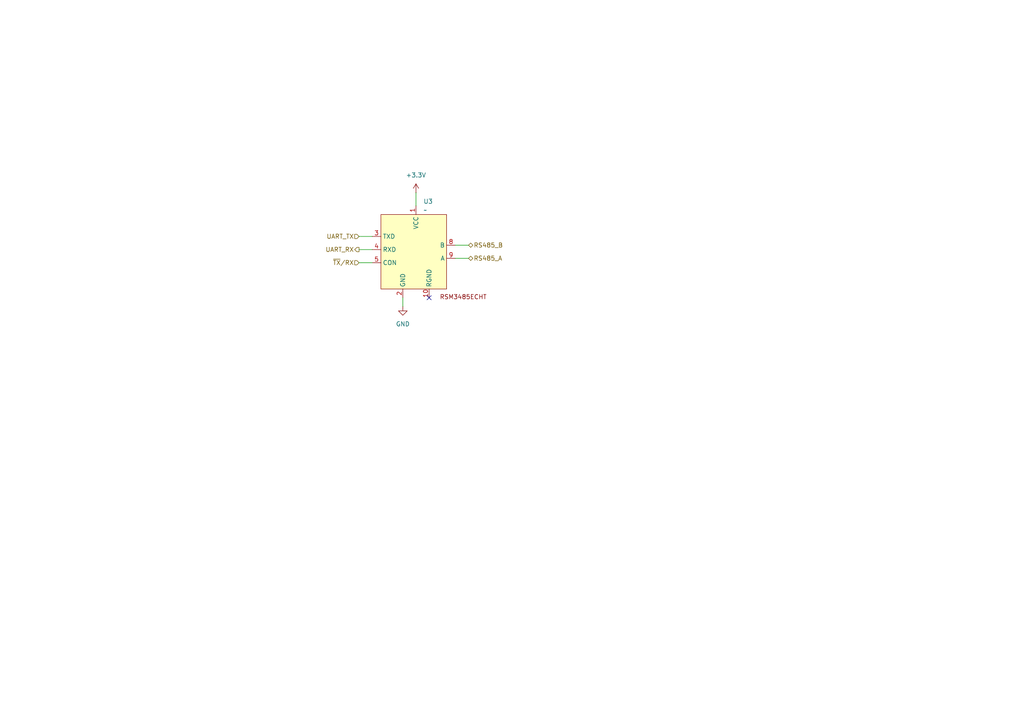
<source format=kicad_sch>
(kicad_sch (version 20250114) (generator "eeschema") (generator_version "9.0")
  (paper "A4")
  (lib_symbols
    (symbol "Riqi_Parts:YLPTEC_RSM3485ECHT"
      (property "Reference" "U" (at 1.778 1.016 0))
      (symbol "YLPTEC_RSM3485ECHT_1_1"
        (rectangle (start -15.24 -1.27) (end 3.81 -22.86) (fill (type background)))
        (text "RSM3485ECHT" (at 8.636 -25.146 0) (effects (font (size 1.27 1.27))))
        (pin bidirectional line (at -17.78 -7.62 0) (length 2.54) (name "TXD") (number "3"))
        (pin bidirectional line (at -17.78 -11.43 0) (length 2.54) (name "RXD") (number "4"))
        (pin bidirectional line (at -17.78 -15.24 0) (length 2.54) (name "CON") (number "5"))
        (pin power_in line (at -8.89 -25.4 90) (length 2.54) (name "GND") (number "2"))
        (pin power_in line (at -5.08 1.27 270) (length 2.54) (name "VCC") (number "1"))
        (pin power_in line (at -1.27 -25.4 90) (length 2.54) (name "RGND") (number "10"))
        (pin bidirectional line (at 6.35 -10.16 180) (length 2.54) (name "B") (number "8"))
        (pin bidirectional line (at 6.35 -13.97 180) (length 2.54) (name "A") (number "9"))
      )
    )
    (symbol "power:+3.3V" (power) (pin_numbers (hide yes)) (pin_names (offset 0) (hide yes))
      (property "Value" "+3.3V" (at 0 3.556 0))
      (symbol "+3.3V_0_1"
        (polyline (pts (xy -0.762 1.27) (xy 0 2.54)))
        (polyline (pts (xy 0 2.54) (xy 0.762 1.27)))
        (polyline (pts (xy 0 0) (xy 0 2.54)))
      )
      (symbol "+3.3V_1_1"
        (pin power_in line (at 0 0 90) (length 0) (name "~") (number "1"))
      )
    )
    (symbol "power:GND" (power) (pin_numbers (hide yes)) (pin_names (offset 0) (hide yes))
      (property "Value" "GND" (at 0 -3.81 0))
      (symbol "GND_0_1"
        (polyline (pts (xy 0 0) (xy 0 -1.27) (xy 1.27 -1.27) (xy 0 -2.54) (xy -1.27 -1.27) (xy 0 -1.27)))
      )
      (symbol "GND_1_1"
        (pin power_in line (at 0 0 270) (length 0) (name "~") (number "1"))
      )
    )
  )
  (no_connect (at 124.46 86.36))
  (wire (pts (xy 116.84 86.36) (xy 116.84 88.9)))
  (wire (pts (xy 120.65 55.88) (xy 120.65 59.69)))
  (wire (pts (xy 104.14 76.2) (xy 107.95 76.2)))
  (wire (pts (xy 132.08 71.12) (xy 135.89 71.12)))
  (wire (pts (xy 104.14 68.58) (xy 107.95 68.58)))
  (wire (pts (xy 132.08 74.93) (xy 135.89 74.93)))
  (wire (pts (xy 104.14 72.39) (xy 107.95 72.39)))
  (hierarchical_label "UART_RX" (shape output) (at 104.14 72.39 180))
  (hierarchical_label "RS485_A" (shape bidirectional) (at 135.89 74.93 0))
  (hierarchical_label "~{TX}{slash}RX" (shape input) (at 104.14 76.2 180))
  (hierarchical_label "UART_TX" (shape input) (at 104.14 68.58 180))
  (hierarchical_label "RS485_B" (shape bidirectional) (at 135.89 71.12 0))
  (symbol (lib_id "power:GND") (at 116.84 88.9 0) (unit 1)
    (property "Reference" "#PWR16" (effects (hide yes)))
    (property "Value" "GND" (at 116.84 93.98 0))
    (property "Description" "Power symbol creates a global label with name \"GND\" , ground" (effects (hide yes)))
  )
  (symbol (lib_id "Riqi_Parts:YLPTEC_RSM3485ECHT") (at 125.73 60.96 0) (unit 1)
    (property "Reference" "U3" (at 122.7933 58.42 0) (effects (justify left)))
    (property "Value" "~" (at 122.7933 60.96 0) (effects (justify left)))
    (property "Footprint" "Riqi_Parts:YLPTEC RSM3485ECHT" (effects (hide yes)))
    (property "Datasheet" "https://lcsc.com/datasheet/lcsc_datasheet_2411051508_YLPTEC-RSM3485ECHT_C2992406.pdf" (effects (hide yes)))
    (property "Description" "RS485 ISOLATED MODULE" (effects (hide yes)))
  )
  (symbol (lib_id "power:+3.3V") (at 120.65 55.88 0) (unit 1)
    (property "Reference" "#PWR17" (effects (hide yes)))
    (property "Value" "+3.3V" (at 120.65 50.8 0))
    (property "Description" "Power symbol creates a global label with name \"+3.3V\"" (effects (hide yes)))
  )
)
</source>
